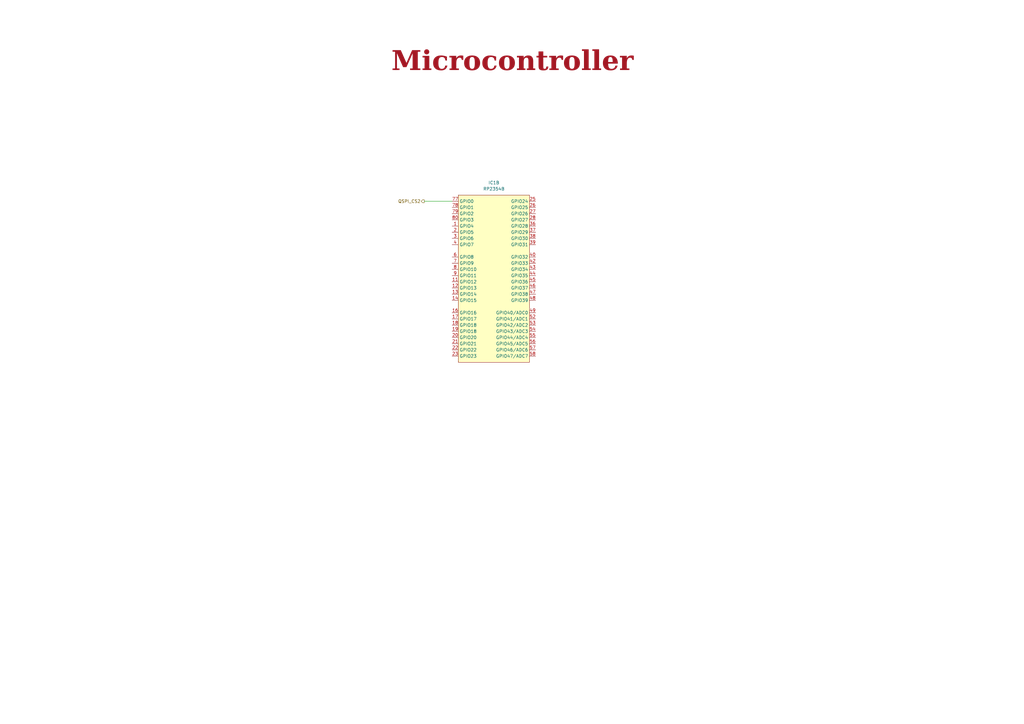
<source format=kicad_sch>
(kicad_sch (version 20250114) (generator "eeschema") (generator_version "9.0")
  (paper "A3")
  (title_block (title "Microcontroller") (date "2026-02-05") (rev "1.0.0") (company "DvidMakesThings"))
  (lib_symbols
    (symbol "DS_Microcontroller:RP2354B"
      (property "Reference" "IC" (at 5.588 39.37 0))
      (property "Value" "RP2354B" (at 6.096 36.83 0))
      (symbol "RP2354B_0_1"
        (rectangle (start -13.97 34.29) (end 15.24 -34.29) (fill (type color) (color 255 255 195 1)))
      )
      (symbol "RP2354B_1_1"
        (pin power_in line (at -16.51 31.75 0) (length 2.54) (name "IOVDD1") (number "5"))
        (pin power_in line (at -16.51 29.21 0) (length 2.54) (name "IOVDD2") (number "15"))
        (pin power_in line (at -16.51 26.67 0) (length 2.54) (name "IOVDD3") (number "24"))
        (pin power_in line (at -16.51 24.13 0) (length 2.54) (name "IOVDD4") (number "29"))
        (pin power_in line (at -16.51 21.59 0) (length 2.54) (name "IOVDD5") (number "41"))
        (pin power_in line (at -16.51 19.05 0) (length 2.54) (name "IOVDD6") (number "50"))
        (pin power_in line (at -16.51 16.51 0) (length 2.54) (name "IOVDD7") (number "60"))
        (pin power_in line (at -16.51 13.97 0) (length 2.54) (name "IOVDD8") (number "76"))
        (pin passive line (at -16.51 7.62 0) (length 2.54) (name "ADC_AVDD") (number "59"))
        (pin power_in line (at -16.51 5.08 0) (length 2.54) (name "VREG_AVDD") (number "61"))
        (pin power_in line (at -16.51 0 0) (length 2.54) (name "QSPI_IOVDD") (number "69"))
        (pin power_in line (at -16.51 -2.54 0) (length 2.54) (name "USB_OTP_VDD") (number "68"))
        (pin power_in line (at -16.51 -7.62 0) (length 2.54) (name "VREG_IN") (number "64"))
        (pin power_out line (at -16.51 -10.16 0) (length 2.54) (name "VREF_FB") (number "65"))
        (pin passive line (at -16.51 -12.7 0) (length 2.54) (name "VREG_LC") (number "63"))
        (pin power_in line (at -16.51 -17.78 0) (length 2.54) (name "DVDD1") (number "10"))
        (pin power_in line (at -16.51 -20.32 0) (length 2.54) (name "DVDD2") (number "32"))
        (pin power_in line (at -16.51 -22.86 0) (length 2.54) (name "DVDD3") (number "51"))
        (pin power_in line (at -16.51 -29.21 0) (length 2.54) (name "VREG_PGND") (number "62"))
        (pin power_in line (at -16.51 -31.75 0) (length 2.54) (name "GND") (number "81"))
        (pin input line (at 17.78 31.75 180) (length 2.54) (name "RUN") (number "35"))
        (pin passive line (at 17.78 19.05 180) (length 2.54) (name "USB_DM") (number "66"))
        (pin passive line (at 17.78 16.51 180) (length 2.54) (name "USB_DP") (number "67"))
        (pin passive line (at 17.78 10.16 180) (length 2.54) (name "SWDIO") (number "34"))
        (pin passive line (at 17.78 7.62 180) (length 2.54) (name "SWCLK") (number "33"))
        (pin passive line (at 17.78 0 180) (length 2.54) (name "XIN") (number "30"))
        (pin passive line (at 17.78 -2.54 180) (length 2.54) (name "XOUT") (number "31"))
        (pin passive line (at 17.78 -19.05 180) (length 2.54) (name "QSPI_SS") (number "75"))
        (pin passive line (at 17.78 -21.59 180) (length 2.54) (name "QSPI_SCLK") (number "71"))
        (pin passive line (at 17.78 -24.13 180) (length 2.54) (name "QSPI_SD0") (number "72"))
        (pin passive line (at 17.78 -26.67 180) (length 2.54) (name "QSPI_SD1") (number "74"))
        (pin passive line (at 17.78 -29.21 180) (length 2.54) (name "QSPI_SD2") (number "73"))
        (pin passive line (at 17.78 -31.75 180) (length 2.54) (name "QSPI_SD3") (number "70"))
      )
      (symbol "RP2354B_2_1"
        (pin bidirectional line (at -16.51 31.75 0) (length 2.54) (name "GPIO0") (number "77"))
        (pin bidirectional line (at -16.51 29.21 0) (length 2.54) (name "GPIO1") (number "78"))
        (pin bidirectional line (at -16.51 26.67 0) (length 2.54) (name "GPIO2") (number "79"))
        (pin bidirectional line (at -16.51 24.13 0) (length 2.54) (name "GPIO3") (number "80"))
        (pin bidirectional line (at -16.51 21.59 0) (length 2.54) (name "GPIO4") (number "1"))
        (pin bidirectional line (at -16.51 19.05 0) (length 2.54) (name "GPIO5") (number "2"))
        (pin bidirectional line (at -16.51 16.51 0) (length 2.54) (name "GPIO6") (number "3"))
        (pin bidirectional line (at -16.51 13.97 0) (length 2.54) (name "GPIO7") (number "4"))
        (pin bidirectional line (at -16.51 8.89 0) (length 2.54) (name "GPIO8") (number "6"))
        (pin bidirectional line (at -16.51 6.35 0) (length 2.54) (name "GPIO9") (number "7"))
        (pin bidirectional line (at -16.51 3.81 0) (length 2.54) (name "GPIO10") (number "8"))
        (pin bidirectional line (at -16.51 1.27 0) (length 2.54) (name "GPIO11") (number "9"))
        (pin bidirectional line (at -16.51 -1.27 0) (length 2.54) (name "GPIO12") (number "11"))
        (pin bidirectional line (at -16.51 -3.81 0) (length 2.54) (name "GPIO13") (number "12"))
        (pin bidirectional line (at -16.51 -6.35 0) (length 2.54) (name "GPIO14") (number "13"))
        (pin bidirectional line (at -16.51 -8.89 0) (length 2.54) (name "GPIO15") (number "14"))
        (pin bidirectional line (at -16.51 -13.97 0) (length 2.54) (name "GPIO16") (number "16"))
        (pin bidirectional line (at -16.51 -16.51 0) (length 2.54) (name "GPIO17") (number "17"))
        (pin bidirectional line (at -16.51 -19.05 0) (length 2.54) (name "GPIO18") (number "18"))
        (pin bidirectional line (at -16.51 -21.59 0) (length 2.54) (name "GPIO18") (number "19"))
        (pin bidirectional line (at -16.51 -24.13 0) (length 2.54) (name "GPIO20") (number "20"))
        (pin bidirectional line (at -16.51 -26.67 0) (length 2.54) (name "GPIO21") (number "21"))
        (pin bidirectional line (at -16.51 -29.21 0) (length 2.54) (name "GPIO22") (number "22"))
        (pin bidirectional line (at -16.51 -31.75 0) (length 2.54) (name "GPIO23") (number "23"))
        (pin bidirectional line (at 17.78 31.75 180) (length 2.54) (name "GPIO24") (number "25"))
        (pin bidirectional line (at 17.78 29.21 180) (length 2.54) (name "GPIO25") (number "26"))
        (pin bidirectional line (at 17.78 26.67 180) (length 2.54) (name "GPIO26") (number "27"))
        (pin bidirectional line (at 17.78 24.13 180) (length 2.54) (name "GPIO27") (number "28"))
        (pin bidirectional line (at 17.78 21.59 180) (length 2.54) (name "GPIO28") (number "36"))
        (pin bidirectional line (at 17.78 19.05 180) (length 2.54) (name "GPIO29") (number "37"))
        (pin bidirectional line (at 17.78 16.51 180) (length 2.54) (name "GPIO30") (number "38"))
        (pin bidirectional line (at 17.78 13.97 180) (length 2.54) (name "GPIO31") (number "39"))
        (pin bidirectional line (at 17.78 8.89 180) (length 2.54) (name "GPIO32") (number "40"))
        (pin bidirectional line (at 17.78 6.35 180) (length 2.54) (name "GPIO33") (number "42"))
        (pin bidirectional line (at 17.78 3.81 180) (length 2.54) (name "GPIO34") (number "43"))
        (pin bidirectional line (at 17.78 1.27 180) (length 2.54) (name "GPIO35") (number "44"))
        (pin bidirectional line (at 17.78 -1.27 180) (length 2.54) (name "GPIO36") (number "45"))
        (pin bidirectional line (at 17.78 -3.81 180) (length 2.54) (name "GPIO37") (number "46"))
        (pin bidirectional line (at 17.78 -6.35 180) (length 2.54) (name "GPIO38") (number "47"))
        (pin bidirectional line (at 17.78 -8.89 180) (length 2.54) (name "GPIO39") (number "48"))
        (pin bidirectional line (at 17.78 -13.97 180) (length 2.54) (name "GPIO40/ADC0") (number "49"))
        (pin bidirectional line (at 17.78 -16.51 180) (length 2.54) (name "GPIO41/ADC1") (number "52"))
        (pin bidirectional line (at 17.78 -19.05 180) (length 2.54) (name "GPIO42/ADC2") (number "53"))
        (pin bidirectional line (at 17.78 -21.59 180) (length 2.54) (name "GPIO43/ADC3") (number "54"))
        (pin bidirectional line (at 17.78 -24.13 180) (length 2.54) (name "GPIO44/ADC4") (number "55"))
        (pin bidirectional line (at 17.78 -26.67 180) (length 2.54) (name "GPIO45/ADC5") (number "56"))
        (pin bidirectional line (at 17.78 -29.21 180) (length 2.54) (name "GPIO46/ADC6") (number "57"))
        (pin bidirectional line (at 17.78 -31.75 180) (length 2.54) (name "GPIO47/ADC7") (number "58"))
      )
    )
  )
  (text_box "Microcontroller" (at 12.7 19.05 0) (size 394.97 12.7) (margins 5.9999 5.9999 5.9999 5.9999) (stroke (width -0.0001)) (effects (font (size 8 8) (thickness 1.2) (bold yes))))
  (wire (pts (xy 173.99 82.55) (xy 185.42 82.55)))
  (hierarchical_label "QSPI_CS2" (shape output) (at 173.99 82.55 180))
  (symbol (lib_id "DS_Microcontroller:RP2354B") (at 201.93 114.3 0) (unit 2)
    (property "Reference" "IC1" (at 202.565 74.93 0))
    (property "Value" "RP2354B" (at 202.565 77.47 0))
    (property "Footprint" "DS_Microcontroller:QFN80_10x10" (effects (hide yes)))
    (property "Datasheet" "https://pip-assets.raspberrypi.com/categories/1214-rp2350/documents/RP-008373-DS-2-rp2350-datasheet.pdf?disposition=inline" (effects (hide yes)))
    (property "Description" "QFN-80-EP(10x10) Microcontrollers (MCU/MPU/SOC) ROHS" (effects (hide yes)))
    (property "LCSC_PART" "C39843328" (effects (hide yes)))
    (property "MFR" "Raspberry Pi " (effects (hide yes)))
    (property "MPN" "RP2354B" (effects (hide yes)))
    (property "ROHS" "YES" (effects (hide yes)))
  )
)
</source>
